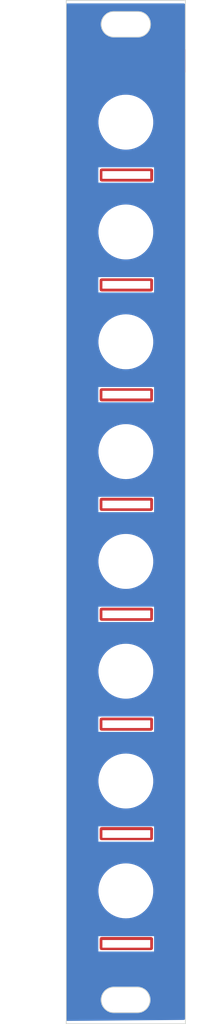
<source format=kicad_pcb>
(kicad_pcb (version 20221018) (generator pcbnew)
  (layers (0 "F.Cu" signal) (31 "B.Cu" signal) (34 "B.Paste" user) (35 "F.Paste" user) (36 "B.SilkS" user "B.Silkscreen") (37 "F.SilkS" user "F.Silkscreen") (38 "B.Mask" user) (39 "F.Mask" user) (44 "Edge.Cuts" user))
  (net 0 "")
  (footprint "MountingHole:MountingHole_6.4mm_M6" (layer "F.Cu") (at 4.5 84.234055)
    (fp_text reference "REF**" hide)
    (fp_text value "MountingHole_6.4mm_M6")
    (pad "" np_thru_hole circle (at 0 0) (size 6.4 6.4) (drill 6.4) (layers "*.Cu" "*.Mask"))
  )
  (footprint "MountingHole:MountingHole_6.4mm_M6" (layer "F.Cu") (at 4.5 42.86834)
    (fp_text reference "REF**" hide)
    (fp_text value "MountingHole_6.4mm_M6")
    (pad "" np_thru_hole circle (at 0 0) (size 6.4 6.4) (drill 6.4) (layers "*.Cu" "*.Mask"))
  )
  (footprint "MountingHole:MountingHole_6.4mm_M6" (layer "F.Cu") (at 4.5 15.2912)
    (fp_text reference "REF**" hide)
    (fp_text value "MountingHole_6.4mm_M6")
    (pad "" np_thru_hole circle (at 0 0) (size 6.4 6.4) (drill 6.4) (layers "*.Cu" "*.Mask"))
  )
  (footprint "MountingHole:MountingHole_6.4mm_M6" (layer "F.Cu") (at 4.5 98.022626)
    (fp_text reference "REF**" hide)
    (fp_text value "MountingHole_6.4mm_M6")
    (pad "" np_thru_hole circle (at 0 0) (size 6.4 6.4) (drill 6.4) (layers "*.Cu" "*.Mask"))
  )
  (footprint "MountingHole:MountingHole_6.4mm_M6" (layer "F.Cu") (at 4.5 56.656913)
    (fp_text reference "REF**" hide)
    (fp_text value "MountingHole_6.4mm_M6")
    (pad "" np_thru_hole circle (at 0 0) (size 6.4 6.4) (drill 6.4) (layers "*.Cu" "*.Mask"))
  )
  (footprint "eurorack-pmod-module" (layer "F.Cu") (at -2 9.25)
    (fp_text reference "REF**" hide)
    (fp_text value "eurorack-pmod-module")
  )
  (footprint "MountingHole:MountingHole_6.4mm_M6" (layer "F.Cu") (at 4.5 111.8112)
    (fp_text reference "REF**" hide)
    (fp_text value "MountingHole_6.4mm_M6")
    (pad "" np_thru_hole circle (at 0 0) (size 6.4 6.4) (drill 6.4) (layers "*.Cu" "*.Mask"))
  )
  (footprint "MountingHole:MountingHole_6.4mm_M6" (layer "F.Cu") (at 4.5 70.445484)
    (fp_text reference "REF**" hide)
    (fp_text value "MountingHole_6.4mm_M6")
    (pad "" np_thru_hole circle (at 0 0) (size 6.4 6.4) (drill 6.4) (layers "*.Cu" "*.Mask"))
  )
  (footprint "MountingHole:MountingHole_6.4mm_M6" (layer "F.Cu") (at 4.5 29.079771)
    (fp_text reference "REF**" hide)
    (fp_text value "MountingHole_6.4mm_M6")
    (pad "" np_thru_hole circle (at 0 0) (size 6.4 6.4) (drill 6.4) (layers "*.Cu" "*.Mask"))
  )
  (gr_arc (start 3 127.1) (mid 1.4 125.5) (end 3 123.9) (stroke (width 0.1)) (layer "Edge.Cuts"))
  (gr_line (start 3 1.4) (end 6 1.4) (stroke (width 0.1)) (layer "Edge.Cuts"))
  (gr_line (start 12 0) (end 12 128.5) (stroke (width 0.1)) (layer "Edge.Cuts"))
  (gr_line (start 3 4.6) (end 6 4.6) (stroke (width 0.1)) (layer "Edge.Cuts"))
  (gr_line (start 3 123.9) (end 5.95 123.9) (stroke (width 0.1)) (layer "Edge.Cuts"))
  (gr_arc (start 6 1.4) (mid 7.6 3) (end 6 4.6) (stroke (width 0.1)) (layer "Edge.Cuts"))
  (gr_line (start -3 0) (end -3 128.5) (stroke (width 0.1)) (layer "Edge.Cuts"))
  (gr_line (start -3 128.5) (end 12 128.5) (stroke (width 0.1)) (layer "Edge.Cuts"))
  (gr_line (start -3 0) (end 12 0) (stroke (width 0.1)) (layer "Edge.Cuts"))
  (gr_arc (start 3 4.6) (mid 1.4 3) (end 3 1.4) (stroke (width 0.1)) (layer "Edge.Cuts"))
  (gr_arc (start 5.95 123.9) (mid 7.55 125.5) (end 5.95 127.1) (stroke (width 0.1)) (layer "Edge.Cuts"))
  (gr_line (start 3 127.1) (end 5.95 127.1) (stroke (width 0.1)) (layer "Edge.Cuts"))
  (gr_text "γ" (at -0.52 49.33) (layer "F.Cu") (effects (font (size 1.7 1.7) (thickness 0.34) bold)))
  (gr_text "↦" (at 8.05 106.1) (layer "F.Cu") (effects (font (size 3 3) (thickness 0.3)) (justify left bottom)))
  (gr_text "β" (at -0.52 36.155) (layer "F.Cu") (effects (font (size 1.7 1.7) (thickness 0.34) bold)))
  (gr_text "δ" (at -0.52 63.805) (layer "F.Cu") (effects (font (size 1.7 1.7) (thickness 0.34) bold)))
  (gr_text "δ" (at -0.5 118.45) (layer "F.Cu") (effects (font (size 1.7 1.7) (thickness 0.4) bold)))
  (gr_text "↝" (at -1.72 63.2 -90) (layer "F.Cu") (effects (font (size 3 3) (thickness 0.3)) (justify left bottom mirror)))
  (gr_text "↝" (at -1.7 21.85 -90) (layer "F.Cu") (effects (font (size 3 3) (thickness 0.3)) (justify left bottom mirror)))
  (gr_text "γ" (at -0.5 104.15) (layer "F.Cu") (effects (font (size 1.7 1.7) (thickness 0.4) bold)))
  (gr_text "α" (at -0.5 21.73) (layer "F.Cu") (effects (font (size 1.7 1.7) (thickness 0.34) bold)))
  (gr_text "R3.3" (at 10.6 5.5) (layer "F.Cu") (effects (font (size 0.7 0.7) (thickness 0.15) bold)))
  (gr_text "↦" (at 8.05 78.55) (layer "F.Cu") (effects (font (size 3 3) (thickness 0.3)) (justify left bottom)))
  (gr_text "↝" (at -1.72 35.65 -90) (layer "F.Cu") (effects (font (size 3 3) (thickness 0.3)) (justify left bottom mirror)))
  (gr_text "↦" (at 8.05 92.35) (layer "F.Cu") (effects (font (size 3 3) (thickness 0.3)) (justify left bottom)))
  (gr_text "α" (at -0.5 76.855) (layer "F.Cu") (effects (font (size 1.7 1.7) (thickness 0.4) bold)))
  (gr_text "β" (at -0.5 90.75) (layer "F.Cu") (effects (font (size 1.7 1.7) (thickness 0.4) bold)))
  (gr_text "↝" (at -1.72 49.45 -90) (layer "F.Cu") (effects (font (size 3 3) (thickness 0.3)) (justify left bottom mirror)))
  (gr_text "↦" (at 8.05 119.9) (layer "F.Cu") (effects (font (size 3 3) (thickness 0.3)) (justify left bottom)))
  (zone (net 0) (net_name "") (layer "F.Cu") (connect_pads (clearance 0)) (min_thickness 0.254)
    (keepout (tracks not_allowed) (vias not_allowed) (pads not_allowed) (copperpour not_allowed) (footprints not_allowed))
    (fill (thermal_gap 0.508) (thermal_bridge_width 0.508))
    (polygon (pts (xy 7.5692 36.195) (xy 1.5494 36.195) (xy 1.5494 35.2298) (xy 7.5692 35.2298)))
  )
  (zone (net 0) (net_name "") (layer "F.Cu") (priority 1) (connect_pads (clearance 0)) (min_thickness 0.025) (fill yes (thermal_gap 0.5) (thermal_bridge_width 0.5) (smoothing fillet) (radius 7) (island_removal_mode 1) (island_area_min 10))
    (polygon (pts (xy -0.6 92.9) (xy 9.6 92.9) (xy 9.6 103.1) (xy -0.6 103.1)))
  )
  (zone (net 0) (net_name "") (layer "F.Cu") (priority 2) (connect_pads (clearance 0.3)) (min_thickness 0.25) (fill yes (thermal_gap 0.5) (thermal_bridge_width 0.5) (smoothing fillet) (radius 0.25) (island_removal_mode 1) (island_area_min 10))
    (polygon (pts (xy 1.22 21.1) (xy 1.22 22.75) (xy 7.93 22.76) (xy 7.94 21.1)))
  )
  (zone (net 0) (net_name "") (layer "F.Cu") (priority 2) (connect_pads (clearance 0.3)) (min_thickness 0.25) (fill yes (thermal_gap 0.5) (thermal_bridge_width 0.5) (smoothing fillet) (radius 0.25) (island_removal_mode 1) (island_area_min 10))
    (polygon (pts (xy 1.2 103.8) (xy 1.2 105.45) (xy 7.91 105.46) (xy 7.92 103.8)))
  )
  (zone (net 0) (net_name "") (layer "F.Cu") (connect_pads (clearance 0)) (min_thickness 0.254)
    (keepout (tracks not_allowed) (vias not_allowed) (pads not_allowed) (copperpour not_allowed) (footprints not_allowed))
    (fill (thermal_gap 0.508) (thermal_bridge_width 0.508))
    (polygon (pts (xy 7.5692 118.9482) (xy 1.5494 118.9482) (xy 1.5494 117.983) (xy 7.5692 117.983)))
  )
  (zone (net 0) (net_name "") (layer "F.Cu") (priority 2) (connect_pads (clearance 0.3)) (min_thickness 0.25) (fill yes (thermal_gap 0.5) (thermal_bridge_width 0.5) (smoothing fillet) (radius 0.25) (island_removal_mode 1) (island_area_min 10))
    (polygon (pts (xy 1.2 48.7) (xy 1.2 50.35) (xy 7.91 50.36) (xy 7.92 48.7)))
  )
  (zone (net 0) (net_name "") (layer "F.Cu") (connect_pads (clearance 0)) (min_thickness 0.254)
    (keepout (tracks not_allowed) (vias not_allowed) (pads not_allowed) (copperpour not_allowed) (footprints not_allowed))
    (fill (thermal_gap 0.508) (thermal_bridge_width 0.508))
    (polygon (pts (xy 7.5692 77.5716) (xy 1.5494 77.5716) (xy 1.5494 76.6064) (xy 7.5692 76.6064)))
  )
  (zone (net 0) (net_name "") (layer "F.Cu") (connect_pads (clearance 0)) (min_thickness 0.254)
    (keepout (tracks not_allowed) (vias not_allowed) (pads not_allowed) (copperpour not_allowed) (footprints not_allowed))
    (fill (thermal_gap 0.508) (thermal_bridge_width 0.508))
    (polygon (pts (xy 7.5692 91.3638) (xy 1.5494 91.3638) (xy 1.5494 90.3986) (xy 7.5692 90.3986)))
  )
  (zone (net 0) (net_name "") (layer "F.Cu") (priority 2) (connect_pads (clearance 0.3)) (min_thickness 0.25) (fill yes (thermal_gap 0.5) (thermal_bridge_width 0.5) (smoothing fillet) (radius 0.25) (island_removal_mode 1) (island_area_min 10))
    (polygon (pts (xy -2.96 6.04) (xy -2.96 9.14) (xy 12 9.15) (xy 12.01 6.04)))
  )
  (zone (net 0) (net_name "") (layer "F.Cu") (priority 1) (connect_pads (clearance 0)) (min_thickness 0.025) (fill yes (thermal_gap 0.5) (thermal_bridge_width 0.5) (smoothing fillet) (radius 7) (island_removal_mode 1) (island_area_min 10))
    (polygon (pts (xy -0.57 51.5) (xy 9.63 51.5) (xy 9.63 61.7) (xy -0.57 61.7)))
  )
  (zone (net 0) (net_name "") (layer "F.Cu") (connect_pads (clearance 0)) (min_thickness 0.254)
    (keepout (tracks not_allowed) (vias not_allowed) (pads not_allowed) (copperpour not_allowed) (footprints not_allowed))
    (fill (thermal_gap 0.508) (thermal_bridge_width 0.508))
    (polygon (pts (xy 7.5692 22.4028) (xy 1.5494 22.4028) (xy 1.5494 21.4376) (xy 7.5692 21.4376)))
  )
  (zone (net 0) (net_name "") (layer "F.Cu") (connect_pads (clearance 0)) (min_thickness 0.254)
    (keepout (tracks not_allowed) (vias not_allowed) (pads not_allowed) (copperpour not_allowed) (footprints not_allowed))
    (fill (thermal_gap 0.508) (thermal_bridge_width 0.508))
    (polygon (pts (xy 7.5692 63.7794) (xy 1.5494 63.7794) (xy 1.5494 62.8142) (xy 7.5692 62.8142)))
  )
  (zone (net 0) (net_name "") (layer "F.Cu") (priority 1) (connect_pads (clearance 0)) (min_thickness 0.025) (fill yes (thermal_gap 0.5) (thermal_bridge_width 0.5) (smoothing fillet) (radius 7) (island_removal_mode 1) (island_area_min 10))
    (polygon (pts (xy -0.6 106.7) (xy 9.6 106.7) (xy 9.6 116.9) (xy -0.6 116.9)))
  )
  (zone (net 0) (net_name "") (layer "F.Cu") (connect_pads (clearance 0)) (min_thickness 0.254)
    (keepout (tracks not_allowed) (vias not_allowed) (pads not_allowed) (copperpour not_allowed) (footprints not_allowed))
    (fill (thermal_gap 0.508) (thermal_bridge_width 0.508))
    (polygon (pts (xy 7.5692 49.9872) (xy 1.5494 49.9872) (xy 1.5494 49.022) (xy 7.5692 49.022)))
  )
  (zone (net 0) (net_name "") (layer "F.Cu") (priority 2) (connect_pads (clearance 0.3)) (min_thickness 0.25) (fill yes (thermal_gap 0.5) (thermal_bridge_width 0.5) (smoothing fillet) (radius 0.25) (island_removal_mode 1) (island_area_min 10))
    (polygon (pts (xy 1.2 90.05) (xy 1.2 91.7) (xy 7.91 91.71) (xy 7.92 90.05)))
  )
  (zone (net 0) (net_name "") (layer "F.Cu") (priority 2) (connect_pads (clearance 0.3)) (min_thickness 0.25) (fill yes (thermal_gap 0.5) (thermal_bridge_width 0.5) (smoothing fillet) (radius 0.25) (island_removal_mode 1) (island_area_min 10))
    (polygon (pts (xy 1.2 62.45) (xy 1.2 64.1) (xy 7.91 64.11) (xy 7.92 62.45)))
  )
  (zone (net 0) (net_name "") (layer "F.Cu") (priority 1) (connect_pads (clearance 0)) (min_thickness 0.025) (fill yes (thermal_gap 0.5) (thermal_bridge_width 0.5) (smoothing fillet) (radius 7) (island_removal_mode 1) (island_area_min 10))
    (polygon (pts (xy -0.6 65.35) (xy 9.6 65.35) (xy 9.6 75.55) (xy -0.6 75.55)))
  )
  (zone (net 0) (net_name "") (layer "F.Cu") (priority 1) (connect_pads (clearance 0)) (min_thickness 0.025) (fill yes (thermal_gap 0.5) (thermal_bridge_width 0.5) (smoothing fillet) (radius 7) (island_removal_mode 1) (island_area_min 10))
    (polygon (pts (xy -0.57 37.75) (xy 9.63 37.75) (xy 9.63 47.95) (xy -0.57 47.95)))
  )
  (zone (net 0) (net_name "") (layer "F.Cu") (priority 1) (connect_pads (clearance 0)) (min_thickness 0.025) (fill yes (thermal_gap 0.5) (thermal_bridge_width 0.5) (smoothing fillet) (radius 7) (island_removal_mode 1) (island_area_min 10))
    (polygon (pts (xy -0.6 79.15) (xy 9.6 79.15) (xy 9.6 89.35) (xy -0.6 89.35)))
  )
  (zone (net 0) (net_name "") (layer "F.Cu") (priority 2) (connect_pads (clearance 0.3)) (min_thickness 0.25) (fill yes (thermal_gap 0.5) (thermal_bridge_width 0.5) (smoothing fillet) (radius 0.25) (island_removal_mode 1) (island_area_min 10))
    (polygon (pts (xy 1.2 34.9) (xy 1.2 36.55) (xy 7.91 36.56) (xy 7.92 34.9)))
  )
  (zone (net 0) (net_name "") (layer "F.Cu") (priority 1) (connect_pads (clearance 0)) (min_thickness 0.025) (fill yes (thermal_gap 0.5) (thermal_bridge_width 0.5) (smoothing fillet) (radius 7) (island_removal_mode 1) (island_area_min 10))
    (polygon (pts (xy -0.55 10.15) (xy 9.65 10.15) (xy 9.65 20.35) (xy -0.55 20.35)))
  )
  (zone (net 0) (net_name "") (layer "F.Cu") (priority 1) (connect_pads (clearance 0)) (min_thickness 0.025) (fill yes (thermal_gap 0.5) (thermal_bridge_width 0.5) (smoothing fillet) (radius 7) (island_removal_mode 1) (island_area_min 10))
    (polygon (pts (xy -0.57 23.95) (xy 9.63 23.95) (xy 9.63 34.15) (xy -0.57 34.15)))
  )
  (zone (net 0) (net_name "") (layer "F.Cu") (priority 2) (connect_pads (clearance 0.3)) (min_thickness 0.25) (fill yes (thermal_gap 0.5) (thermal_bridge_width 0.5) (smoothing fillet) (radius 0.25) (island_removal_mode 1) (island_area_min 10))
    (polygon (pts (xy 1.2 117.6) (xy 1.2 119.25) (xy 7.91 119.26) (xy 7.92 117.6)))
  )
  (zone (net 0) (net_name "") (layer "F.Cu") (priority 2) (connect_pads (clearance 0.3)) (min_thickness 0.25) (fill yes (thermal_gap 0.5) (thermal_bridge_width 0.5) (smoothing fillet) (radius 0.25) (island_removal_mode 1) (island_area_min 10))
    (polygon (pts (xy 1.2 76.25) (xy 1.2 77.9) (xy 7.91 77.91) (xy 7.92 76.25)))
  )
  (zone (net 0) (net_name "") (layer "F.Cu") (connect_pads (clearance 0)) (min_thickness 0.254)
    (keepout (tracks not_allowed) (vias not_allowed) (pads not_allowed) (copperpour not_allowed) (footprints not_allowed))
    (fill (thermal_gap 0.508) (thermal_bridge_width 0.508))
    (polygon (pts (xy 7.5692 105.156) (xy 1.5494 105.156) (xy 1.5494 104.1908) (xy 7.5692 104.1908)))
  )
  (zone (net 0) (net_name "") (layer "F.Cu") (priority 2) (connect_pads (clearance 0.3)) (min_thickness 0.25) (fill yes (thermal_gap 0.5) (thermal_bridge_width 0.5) (smoothing fillet) (radius 0.25) (island_removal_mode 1) (island_area_min 10))
    (polygon (pts (xy -2.35 120.6) (xy -2.35 122.25) (xy 11.36 122.26) (xy 11.37 120.6)))
  )
  (zone (net 0) (net_name "") (layer "B.Cu") (connect_pads (clearance 0)) (min_thickness 0.254)
    (keepout (tracks not_allowed) (vias not_allowed) (pads not_allowed) (copperpour not_allowed) (footprints not_allowed))
    (fill (thermal_gap 0.508) (thermal_bridge_width 0.508))
    (polygon (pts (xy 8.0518 22.8854) (xy 1.0414 22.8854) (xy 1.0414 20.955) (xy 8.0518 20.955)))
  )
  (zone (net 0) (net_name "") (layer "B.Cu") (connect_pads (clearance 0.3)) (min_thickness 0.254) (fill yes (thermal_gap 0.508) (thermal_bridge_width 0.508))
    (polygon (pts (xy 11.938 128.016) (xy -3.048 128.143) (xy -3.048 0.381) (xy 11.938 0.381)))
  )
  (zone (net 0) (net_name "") (layer "B.Cu") (connect_pads (clearance 0)) (min_thickness 0.254)
    (keepout (tracks not_allowed) (vias not_allowed) (pads not_allowed) (copperpour not_allowed) (footprints not_allowed))
    (fill (thermal_gap 0.508) (thermal_bridge_width 0.508))
    (polygon (pts (xy 8.0518 50.4698) (xy 1.0414 50.4698) (xy 1.0414 48.5394) (xy 8.0518 48.5394)))
  )
  (zone (net 0) (net_name "") (layer "B.Cu") (connect_pads (clearance 0)) (min_thickness 0.254)
    (keepout (tracks not_allowed) (vias not_allowed) (pads not_allowed) (copperpour not_allowed) (footprints not_allowed))
    (fill (thermal_gap 0.508) (thermal_bridge_width 0.508))
    (polygon (pts (xy 8.0518 91.8464) (xy 1.0414 91.8464) (xy 1.0414 89.916) (xy 8.0518 89.916)))
  )
  (zone (net 0) (net_name "") (layer "B.Cu") (connect_pads (clearance 0)) (min_thickness 0.254)
    (keepout (tracks not_allowed) (vias not_allowed) (pads not_allowed) (copperpour not_allowed) (footprints not_allowed))
    (fill (thermal_gap 0.508) (thermal_bridge_width 0.508))
    (polygon (pts (xy 8.0518 78.0542) (xy 1.0414 78.0542) (xy 1.0414 76.1238) (xy 8.0518 76.1238)))
  )
  (zone (net 0) (net_name "") (layer "B.Cu") (connect_pads (clearance 0)) (min_thickness 0.254)
    (keepout (tracks not_allowed) (vias not_allowed) (pads not_allowed) (copperpour not_allowed) (footprints not_allowed))
    (fill (thermal_gap 0.508) (thermal_bridge_width 0.508))
    (polygon (pts (xy 8.0518 64.262) (xy 1.0414 64.262) (xy 1.0414 62.3316) (xy 8.0518 62.3316)))
  )
  (zone (net 0) (net_name "") (layer "B.Cu") (connect_pads (clearance 0)) (min_thickness 0.254)
    (keepout (tracks not_allowed) (vias not_allowed) (pads not_allowed) (copperpour not_allowed) (footprints not_allowed))
    (fill (thermal_gap 0.508) (thermal_bridge_width 0.508))
    (polygon (pts (xy 8.0518 36.6776) (xy 1.0414 36.6776) (xy 1.0414 34.7472) (xy 8.0518 34.7472)))
  )
  (zone (net 0) (net_name "") (layer "B.Cu") (connect_pads (clearance 0)) (min_thickness 0.254)
    (keepout (tracks not_allowed) (vias not_allowed) (pads not_allowed) (copperpour not_allowed) (footprints not_allowed))
    (fill (thermal_gap 0.508) (thermal_bridge_width 0.508))
    (polygon (pts (xy 8.0518 105.6386) (xy 1.0414 105.6386) (xy 1.0414 103.7082) (xy 8.0518 103.7082)))
  )
  (zone (net 0) (net_name "") (layer "B.Cu") (connect_pads (clearance 0)) (min_thickness 0.254)
    (keepout (tracks not_allowed) (vias not_allowed) (pads not_allowed) (copperpour not_allowed) (footprints not_allowed))
    (fill (thermal_gap 0.508) (thermal_bridge_width 0.508))
    (polygon (pts (xy 8.0518 119.4308) (xy 1.0414 119.4308) (xy 1.0414 117.5004) (xy 8.0518 117.5004)))
  )
)
</source>
